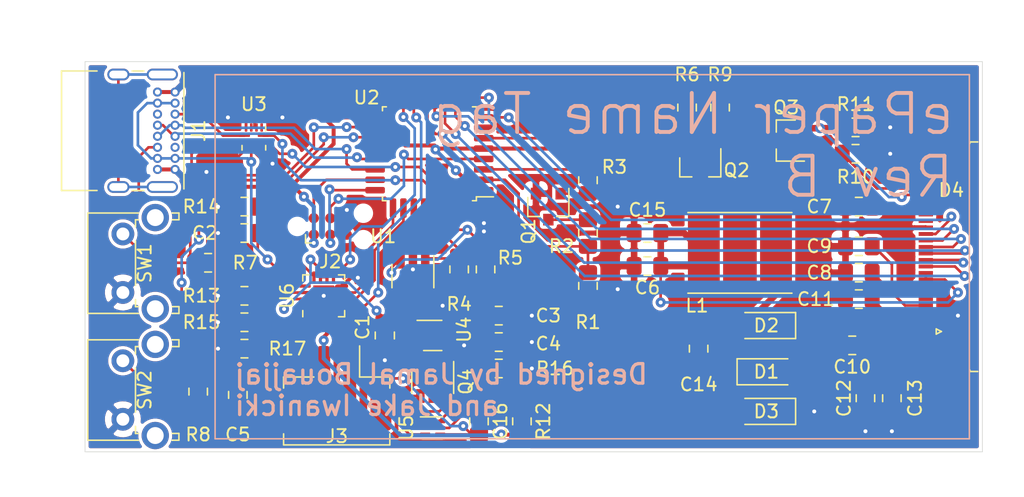
<source format=kicad_pcb>
(kicad_pcb (version 20210623) (generator pcbnew)
  (layers (0 "F.Cu" signal) (31 "B.Cu" signal) (34 "B.Paste" user) (35 "F.Paste" user) (36 "B.SilkS" user "B.Silkscreen") (37 "F.SilkS" user "F.Silkscreen") (38 "B.Mask" user) (39 "F.Mask" user) (44 "Edge.Cuts" user))
  (net 0 "")
  (net 1 "VCC")
  (net 2 "VSH2")
  (net 3 "VDD")
  (net 4 "VPP")
  (net 5 "VSH1")
  (net 6 "VGH")
  (net 7 "VSL")
  (net 8 "VGL")
  (net 9 "VCOM")
  (net 10 "MOSI")
  (net 11 "CLK")
  (net 12 "CS1")
  (net 13 "DC#")
  (net 14 "RES#")
  (net 15 "BUSY")
  (net 16 "RESE")
  (net 17 "GDR")
  (net 18 "MC_REST")
  (net 19 "SWCLK")
  (net 20 "SWDIO")
  (net 21 "Net-(Q2-Pad1)")
  (net 22 "+BATT")
  (net 23 "GND")
  (net 24 "VBUS")
  (net 25 "+3V3")
  (net 26 "~{LP}3.3V")
  (net 27 "Net-(D4-Pad7)")
  (net 28 "Net-(D4-Pad6)")
  (net 29 "Net-(D4-Pad4)")
  (net 30 "Net-(D4-Pad1)")
  (net 31 "Net-(J1-PadS1)")
  (net 32 "USB-D+")
  (net 33 "CC2")
  (net 34 "Net-(J1-PadB8)")
  (net 35 "USB-D-")
  (net 36 "Net-(J1-PadA8)")
  (net 37 "CC1")
  (net 38 "Net-(J2-Pad5)")
  (net 39 "Net-(Q4-Pad2)")
  (net 40 "Net-(Q4-Pad6)")
  (net 41 "Net-(Q4-Pad4)")
  (net 42 "SCL")
  (net 43 "SDA")
  (net 44 "~{LP}3.3V-CTRL")
  (net 45 "BT1")
  (net 46 "BT2")
  (net 47 "CHR_EN2")
  (net 48 "CHR_EN1")
  (net 49 "CHR_~{CHR}")
  (net 50 "CHR_~{PG}")
  (net 51 "USB-ID")
  (net 52 "USB-~{INT}")
  (net 53 "Net-(Q1-Pad3)")
  (net 54 "Net-(Q1-Pad1)")
  (net 55 "Net-(R1-Pad1)")
  (net 56 "Net-(R3-Pad1)")
  (net 57 "Net-(R13-Pad2)")
  (net 58 "Net-(R14-Pad1)")
  (net 59 "Net-(R15-Pad1)")
  (net 60 "Net-(R16-Pad2)")
  (net 61 "Net-(R17-Pad1)")
  (net 62 "Net-(U2-Pad20)")
  (net 63 "Net-(U4-Pad4)")
  (net 64 "Net-(U5-Pad1)")
  (net 65 "Net-(U2-Pad7)")
  (net 66 "Net-(U2-Pad28)")
  (net 67 "Net-(U2-Pad27)")
  (net 68 "Net-(C14-Pad2)")
  (net 69 "Net-(C14-Pad1)")
  (net 70 "Net-(C16-Pad2)")
  (net 71 "Net-(C16-Pad1)")
  (footprint "Resistor_SMD:R_0805_2012Metric_Pad1.15x1.40mm_HandSolder" (layer "F.Cu") (at 139.7 55.372 -90)
    (fp_text reference "R8")
    (fp_text value "10k")
  )
  (footprint "Resistor_SMD:R_0805_2012Metric_Pad1.15x1.40mm_HandSolder" (layer "F.Cu") (at 140.462 45.466 180)
    (fp_text reference "R7")
    (fp_text value "10k")
  )
  (footprint "Capacitor_SMD:C_0805_2012Metric_Pad1.15x1.40mm_HandSolder" (layer "F.Cu") (at 178.181 52.07 90)
    (fp_text reference "C14")
    (fp_text value "1uf/25v")
  )
  (footprint "Diode_SMD:D_SOD-123" (layer "F.Cu") (at 183.388 50.292 180)
    (fp_text reference "D2")
    (fp_text value "MBR0530")
  )
  (footprint "Resistor_SMD:R_0805_2012Metric_Pad1.15x1.40mm_HandSolder" (layer "F.Cu") (at 190.246 37.084 180)
    (fp_text reference "R10")
    (fp_text value "10k")
  )
  (footprint "Resistor_SMD:R_0805_2012Metric_Pad1.15x1.40mm_HandSolder" (layer "F.Cu") (at 179.832 33.528 90)
    (fp_text reference "R9")
    (fp_text value "10k")
  )
  (footprint "Diode_SMD:D_SOD-123" (layer "F.Cu") (at 183.388 56.896 180)
    (fp_text reference "D3")
    (fp_text value "MBR0530")
  )
  (footprint "Resistor_SMD:R_0805_2012Metric_Pad1.15x1.40mm_HandSolder" (layer "F.Cu") (at 177.292 33.528 -90)
    (fp_text reference "R6")
    (fp_text value "100")
  )
  (footprint "Diode_SMD:D_SOD-123" (layer "F.Cu") (at 183.388 53.848)
    (fp_text reference "D1")
    (fp_text value "MBR0530")
  )
  (footprint "Inductor_SMD:L_Taiyo-Yuden_NR-60xx_HandSoldering" (layer "F.Cu") (at 181.356 44.704 180)
    (fp_text reference "L1")
    (fp_text value "47 uH")
  )
  (footprint "Capacitor_SMD:C_0805_2012Metric_Pad1.15x1.40mm_HandSolder" (layer "F.Cu") (at 174.244 43.18)
    (fp_text reference "C15")
    (fp_text value "4.7uf/6.3v")
  )
  (footprint "Package_TO_SOT_SMD:SOT-23" (layer "F.Cu") (at 178.308 38.1 -90)
    (fp_text reference "Q2")
    (fp_text value "Si2329DS")
  )
  (footprint "Capacitor_SMD:C_0805_2012Metric_Pad1.15x1.40mm_HandSolder" (layer "F.Cu") (at 162.814 49.53)
    (fp_text reference "C3")
    (fp_text value "1uF/6.3v")
  )
  (footprint "Capacitor_SMD:C_0805_2012Metric_Pad1.15x1.40mm_HandSolder" (layer "F.Cu") (at 162.814 51.562)
    (fp_text reference "C4")
    (fp_text value "0.1uF/6.3v")
  )
  (footprint "Capacitor_SMD:C_0805_2012Metric_Pad1.15x1.40mm_HandSolder" (layer "F.Cu") (at 174.244 45.72 180)
    (fp_text reference "C6")
    (fp_text value "1uF/6.3v")
  )
  (footprint "Capacitor_SMD:C_0805_2012Metric_Pad1.15x1.40mm_HandSolder" (layer "F.Cu") (at 190.5 41.148 180)
    (fp_text reference "C7")
    (fp_text value "1uF/25v")
  )
  (footprint "Capacitor_SMD:C_0805_2012Metric_Pad1.15x1.40mm_HandSolder" (layer "F.Cu") (at 190.5 44.196 180)
    (fp_text reference "C9")
    (fp_text value "1uF/10v")
  )
  (footprint "Capacitor_SMD:C_0805_2012Metric_Pad1.15x1.40mm_HandSolder" (layer "F.Cu") (at 189.992 51.816 180)
    (fp_text reference "C10")
    (fp_text value "1uF/25v")
  )
  (footprint "Capacitor_SMD:C_0805_2012Metric_Pad1.15x1.40mm_HandSolder" (layer "F.Cu") (at 191.008 55.88 -90)
    (fp_text reference "C12")
    (fp_text value "1uF/25v")
  )
  (footprint "Capacitor_SMD:C_0805_2012Metric_Pad1.15x1.40mm_HandSolder" (layer "F.Cu") (at 193.04 55.88 -90)
    (fp_text reference "C13")
    (fp_text value "0.47uF/25v")
  )
  (footprint "Capacitor_SMD:C_0805_2012Metric_Pad1.15x1.40mm_HandSolder" (layer "F.Cu") (at 161.29 57.658 -90)
    (fp_text reference "C16")
    (fp_text value "0.1uF/6.3v")
  )
  (footprint "Custom:TE_2-1734839-4_1x24-1MP_P0.5mm_Horizontal-EINK" (layer "F.Cu") (at 197 45 90)
    (fp_text reference "D4")
    (fp_text value "ER-EPD0213-1R")
  )
  (footprint "Package_TO_SOT_SMD:SOT-23" (layer "F.Cu") (at 166.624 41.148 -90)
    (fp_text reference "Q1")
    (fp_text value "DMN2056U")
  )
  (footprint "Package_TO_SOT_SMD:SOT-23" (layer "F.Cu") (at 184.912 36.068 180)
    (fp_text reference "Q3")
    (fp_text value "DMN2056U")
  )
  (footprint "Package_TO_SOT_SMD:SOT-23-6" (layer "F.Cu") (at 157.734 54.61 -90)
    (fp_text reference "Q4")
    (fp_text value "DMG9926UDM")
  )
  (footprint "Resistor_SMD:R_0805_2012Metric_Pad1.15x1.40mm_HandSolder" (layer "F.Cu") (at 169.672 43.18 -90)
    (fp_text reference "R2")
    (fp_text value "10k")
  )
  (footprint "Resistor_SMD:R_0805_2012Metric_Pad1.15x1.40mm_HandSolder" (layer "F.Cu") (at 169.672 39.116 -90)
    (fp_text reference "R3")
    (fp_text value "1K")
  )
  (footprint "Resistor_SMD:R_0805_2012Metric_Pad1.15x1.40mm_HandSolder" (layer "F.Cu") (at 159.766 45.974 90)
    (fp_text reference "R4")
    (fp_text value "4.7K")
  )
  (footprint "Resistor_SMD:R_0805_2012Metric_Pad1.15x1.40mm_HandSolder" (layer "F.Cu") (at 164.592 57.658 -90)
    (fp_text reference "R12")
    (fp_text value "330")
  )
  (footprint "Resistor_SMD:R_0805_2012Metric_Pad1.15x1.40mm_HandSolder" (layer "F.Cu") (at 143.256 48.006)
    (fp_text reference "R13")
    (fp_text value "R")
  )
  (footprint "Resistor_SMD:R_0805_2012Metric_Pad1.15x1.40mm_HandSolder" (layer "F.Cu") (at 143.256 50.038 180)
    (fp_text reference "R15")
    (fp_text value "R")
  )
  (footprint "Resistor_SMD:R_0805_2012Metric_Pad1.15x1.40mm_HandSolder" (layer "F.Cu") (at 162.814 53.594 180)
    (fp_text reference "R16")
    (fp_text value "2.2K")
  )
  (footprint "Resistor_SMD:R_0805_2012Metric_Pad1.15x1.40mm_HandSolder" (layer "F.Cu") (at 143.256 52.07 180)
    (fp_text reference "R17")
    (fp_text value "10K")
  )
  (footprint "Package_TO_SOT_SMD:SOT-23-5_HandSoldering" (layer "F.Cu") (at 156.21 46.482 -90)
    (fp_text reference "U1")
    (fp_text value "24FC64F")
  )
  (footprint "Package_QFP:LQFP-32_7x7mm_P0.8mm" (layer "F.Cu") (at 157.48 37.084 180)
    (fp_text reference "U2")
    (fp_text value "STM32L052K6Tx")
  )
  (footprint "Package_DFN_QFN:Texas_X2QFN-12_1.6x1.6mm_P0.4mm" (layer "F.Cu") (at 143.981 35.887)
    (fp_text reference "U3")
    (fp_text value "TUSB320")
  )
  (footprint "Package_TO_SOT_SMD:SOT-353_SC-70-5" (layer "F.Cu") (at 157.734 51.054)
    (fp_text reference "U4")
    (fp_text value "MIC5366-3.3YC5")
  )
  (footprint "Package_SON:WSON-6_1.5x1.5mm_P0.5mm" (layer "F.Cu") (at 157.734 58.166)
    (fp_text reference "U5")
    (fp_text value "BQ297xy")
  )
  (footprint "Package_DFN_QFN:VQFN-16-1EP_3x3mm_P0.5mm_EP1.6x1.6mm" (layer "F.Cu") (at 149.352 48.006 90)
    (fp_text reference "U6")
    (fp_text value "BQ24072RGT")
  )
  (footprint "Capacitor_SMD:C_0805_2012Metric_Pad1.15x1.40mm_HandSolder" (layer "F.Cu") (at 190.5 48.26 180)
    (fp_text reference "C11")
    (fp_text value "1uF/25v")
  )
  (footprint "Capacitor_SMD:C_0805_2012Metric_Pad1.15x1.40mm_HandSolder" (layer "F.Cu") (at 190.5 46.228 180)
    (fp_text reference "C8")
    (fp_text value "1uF/25v")
  )
  (footprint "Resistor_SMD:R_0805_2012Metric_Pad1.15x1.40mm_HandSolder" (layer "F.Cu") (at 190.246 35.052 180)
    (fp_text reference "R11")
    (fp_text value "2.2")
  )
  (footprint "Connector_JST:JST_PH_B2B-PH-SM4-TB_1x02-1MP_P2.00mm_Vertical" (layer "F.Cu") (at 150.352 55.11 180)
    (fp_text reference "J3")
    (fp_text value "BATT")
  )
  (footprint "Resistor_SMD:R_0805_2012Metric_Pad1.15x1.40mm_HandSolder" (layer "F.Cu") (at 169.672 47.244 -90)
    (fp_text reference "R1")
    (fp_text value "10k")
  )
  (footprint "Resistor_SMD:R_0805_2012Metric_Pad1.15x1.40mm_HandSolder" (layer "F.Cu") (at 161.798 45.974 90)
    (fp_text reference "R5")
    (fp_text value "4.7K")
  )
  (footprint "Capacitor_SMD:C_0805_2012Metric_Pad1.15x1.40mm_HandSolder" (layer "F.Cu") (at 142.748 55.626 -90)
    (fp_text reference "C5")
    (fp_text value "1uF/6.3v")
  )
  (footprint "Resistor_SMD:R_0805_2012Metric_Pad1.15x1.40mm_HandSolder" (layer "F.Cu") (at 143.256 41.148 180)
    (fp_text reference "R14")
    (fp_text value "R")
  )
  (footprint "Capacitor_SMD:C_0805_2012Metric_Pad1.15x1.40mm_HandSolder" (layer "F.Cu") (at 143.256 43.18 180)
    (fp_text reference "C2")
    (fp_text value "1uF/10v")
  )
  (footprint "Connector:Tag-Connect_TC2030-IDC-NL_2x03_P1.27mm_Vertical" (layer "F.Cu") (at 149.86 42.672)
    (fp_text reference "J2")
    (fp_text value "Conn_01x06")
  )
  (footprint "Connector_USB:USB_C_Receptacle_GCT_USB4085" (layer "F.Cu") (at 137.922 32.338 -90)
    (fp_text reference "J1")
    (fp_text value "USB_C_Receptacle_USB2.0")
  )
  (footprint "Button_Switch_THT:SW_Tactile_SPST_Angled_PTS645Vx83-2LFS" (layer "F.Cu") (at 133.91 47.75 90)
    (fp_text reference "SW1")
    (fp_text value "SW_Push")
  )
  (footprint "Button_Switch_THT:SW_Tactile_SPST_Angled_PTS645Vx83-2LFS" (layer "F.Cu") (at 133.908 57.5 90)
    (fp_text reference "SW2")
    (fp_text value "SW_Push")
  )
  (footprint "Capacitor_SMD:C_0805_2012Metric_Pad1.18x1.45mm_HandSolder" (layer "F.Cu") (at 154.051 51.054 -90)
    (fp_text reference "C1")
    (fp_text value "1uF/10v")
  )
  (gr_line (start 199 31) (end 141 31) (layer "B.SilkS") (width 0.12))
  (gr_line (start 141 31) (end 141 59) (layer "B.SilkS") (width 0.12))
  (gr_line (start 141 59) (end 199 59) (layer "B.SilkS") (width 0.12))
  (gr_line (start 199 59) (end 199 31) (layer "B.SilkS") (width 0.12))
  (gr_line (start 131 60) (end 131 30) (layer "Edge.Cuts") (width 0.05))
  (gr_line (start 131 30) (end 200 30) (layer "Edge.Cuts") (width 0.05))
  (gr_line (start 200 30) (end 200 60) (layer "Edge.Cuts") (width 0.05))
  (gr_line (start 200 60) (end 131 60) (layer "Edge.Cuts") (width 0.05))
  (gr_text "Designed by Jamal Bouajjaj\nand Jake Iwanicki" (at 142.367 55.245) (layer "B.SilkS") (effects (font (size 1.5 1.5) (thickness 0.25)) (justify right mirror)))
  (gr_text "ePaper Name Tag\nRev B\n" (at 197.993 36.449) (layer "B.SilkS") (effects (font (size 3 3) (thickness 0.3)) (justify left mirror)))
  (segment (start 157.734 50.673) (end 157.734 51.435) (width 0.2032) (layer "F.Cu") (net 1))
  (segment (start 156.784 50.404) (end 154.4385 50.404) (width 0.2032) (layer "F.Cu") (net 1))
  (segment (start 147.07 48.256) (end 146.304 49.022) (width 0.2032) (layer "F.Cu") (net 1))
  (segment (start 154.051 50.0165) (end 154.051 49.784001) (width 0.2032) (layer "F.Cu") (net 1))
  (segment (start 154.051 49.784001) (end 153.416 49.149001) (width 0.2032) (layer "F.Cu") (net 1))
  (segment (start 154.4385 50.404) (end 154.051 50.0165) (width 0.2032) (layer "F.Cu") (net 1))
  (segment (start 149.102 46.5685) (end 149.102 45.978) (width 0.2032) (layer "F.Cu") (net 1))
  (segment (start 149.102 46.5685) (end 149.602 46.5685) (width 0.2032) (layer "F.Cu") (net 1))
  (segment (start 147.9145 48.256) (end 147.07 48.256) (width 0.2032) (layer "F.Cu") (net 1))
  (segment (start 157.465 51.704) (end 156.784 51.704) (width 0.2032) (layer "F.Cu") (net 1))
  (segment (start 157.734 51.435) (end 157.465 51.704) (width 0.2032) (layer "F.Cu") (net 1))
  (segment (start 157.465 50.404) (end 157.734 50.673) (width 0.2032) (layer "F.Cu") (net 1))
  (segment (start 149.102 45.978) (end 148.336 45.212) (width 0.2032) (layer "F.Cu") (net 1))
  (segment (start 156.784 50.404) (end 157.465 50.404) (width 0.2032) (layer "F.Cu") (net 1))
  (via (at 148.336 45.212) (size 0.762) (drill 0.3048) (layers "F.Cu" "B.Cu") (net 1))
  (via (at 153.416 49.149001) (size 0.762) (drill 0.3048) (layers "F.Cu" "B.Cu") (net 1))
  (via (at 146.304 49.022) (size 0.762) (drill 0.3048) (layers "F.Cu" "B.Cu") (net 1))
  (segment (start 148.336 46.99) (end 151.256999 46.99) (width 0.2032) (layer "B.Cu") (net 1))
  (segment (start 153.035001 48.768002) (end 153.416 49.149001) (width 0.2032) (layer "B.Cu") (net 1))
  (segment (start 148.336 46.99) (end 148.336 45.212) (width 0.2032) (layer "B.Cu") (net 1))
  (segment (start 146.304 49.022) (end 148.336 46.99) (width 0.2032) (layer "B.Cu") (net 1))
  (segment (start 151.256999 46.99) (end 153.035001 48.768002) (width 0.2032) (layer "B.Cu") (net 1))
  (segment (start 191.525 41.148) (end 191.627 41.25) (width 0.2032) (layer "F.Cu") (net 2))
  (segment (start 191.627 41.25) (end 195.65 41.25) (width 0.2032) (layer "F.Cu") (net 2))
  (segment (start 191.525 44.196) (end 191.643 44.196) (width 0.2032) (layer "F.Cu") (net 3))
  (segment (start 193.04 45.593) (end 193.04 46.99) (width 0.2032) (layer "F.Cu") (net 3))
  (segment (start 191.643 44.196) (end 193.04 45.593) (width 0.2032) (layer "F.Cu") (net 3))
  (segment (start 193.8 47.75) (end 195.65 47.75) (width 0.2032) (layer "F.Cu") (net 3))
  (segment (start 193.04 46.99) (end 193.8 47.75) (width 0.2032) (layer "F.Cu") (net 3))
  (segment (start 195.65 48.75) (end 194.047 48.75) (width 0.2032) (layer "F.Cu") (net 5))
  (segment (start 194.047 48.75) (end 191.525 46.228) (width 0.2032) (layer "F.Cu") (net 5))
  (segment (start 192.515 49.25) (end 191.525 48.26) (width 0.2032) (layer "F.Cu") (net 6))
  (segment (start 195.65 49.25) (end 192.515 49.25) (width 0.2032) (layer "F.Cu") (net 6))
  (segment (start 189.992 50.292) (end 191.525 48.759) (width 0.508) (layer "F.Cu") (net 6))
  (segment (start 185.038 50.292) (end 189.992 50.292) (width 0.508) (layer "F.Cu") (net 6))
  (segment (start 191.525 48.759) (end 191.525 48.26) (width 0.508) (layer "F.Cu") (net 6))
  (segment (start 195.65 49.75) (end 193.083 49.75) (width 0.2032) (layer "F.Cu") (net 7))
  (segment (start 193.083 49.75) (end 191.017 51.816) (width 0.2032) (layer "F.Cu") (net 7))
  (segment (start 191.008 53.8567) (end 191.008 54.855) (width 0.2032) (layer "F.Cu") (net 8))
  (segment (start 195.65 50.25) (end 194.6147 50.25) (width 0.2032) (layer "F.Cu") (net 8))
  (segment (start 187.452 53.848) (end 188.459 54.855) (width 0.508) (layer "F.Cu") (net 8))
  (segment (start 188.459 54.855) (end 191.008 54.855) (width 0.508) (layer "F.Cu") (net 8))
  (segment (start 194.6147 50.25) (end 191.008 53.8567) (width 0.2032) (layer "F.Cu") (net 8))
  (segment (start 185.038 53.848) (end 187.452 53.848) (width 0.508) (layer "F.Cu") (net 8))
  (segment (start 195.65 50.75) (end 195.376 50.75) (width 0.2032) (layer "F.Cu") (net 9))
  (segment (start 193.04 53.086) (end 193.04 54.855) (width 0.2032) (layer "F.Cu") (net 9))
  (segment (start 195.376 50.75) (end 193.04 53.086) (width 0.2032) (layer "F.Cu") (net 9))
  (segment (start 195.65 45.75) (end 197.896 45.75) (width 0.2032) (layer "F.Cu") (net 10))
  (segment (start 197.896 45.75) (end 198.628 46.482) (width 0.2032) (layer "F.Cu") (net 10))
  (segment (start 157.33 33.159) (end 157.33 34.932815) (width 0.2032) (layer "F.Cu") (net 10))
  (segment (start 157.957185 35.56) (end 158.496 35.56) (width 0.2032) (layer "F.Cu") (net 10))
  (segment (start 157.08 32.909) (end 157.33 33.159) (width 0.2032) (layer "F.Cu") (net 10))
  (segment (start 157.33 34.932815) (end 157.957185 35.56) (width 0.2032) (layer "F.Cu") (net 10))
  (via (at 158.496 35.56) (size 0.762) (drill 0.3048) (layers "F.Cu" "B.Cu") (net 10))
  (via (at 198.628 46.482) (size 0.762) (drill 0.3048) (layers "F.Cu" "B.Cu") (net 10))
  (segment (start 169.418 46.482) (end 158.496 35.56) (width 0.2032) (layer "B.Cu") (net 10))
  (segment (start 198.628 46.482) (end 169.418 46.482) (width 0.2032) (layer "B.Cu") (net 10))
  (segment (start 158.68 32.909) (end 158.68 34.754403) (width 0.2032) (layer "F.Cu") (net 11))
  (segment (start 195.65 45.25) (end 198.329961 45.25) (width 0.2032) (layer "F.Cu") (net 11))
  (segment (start 198.329961 45.25) (end 198.532333 45.452372) (width 0.2032) (layer "F.Cu") (net 11))
  (segment (start 158.68 34.754403) (end 159.497969 35.572372) (width 0.2032) (layer "F.Cu") (net 11))
  (via (at 198.532333 45.452372) (size 0.762) (drill 0.3048) (layers "F.Cu" "B.Cu") (net 11))
  (via (at 159.497969 35.572372) (size 0.762) (drill 0.3048) (layers "F.Cu" "B.Cu") (net 11))
  (segment (start 198.532333 45.452372) (end 169.377969 45.452372) (width 0.2032) (layer "B.Cu") (net 11))
  (segment (start 169.377969 45.452372) (end 159.497969 35.572372) (width 0.2032) (layer "B.Cu") (net 11))
  (segment (start 198.434776 44.75) (end 198.663077 44.521699) (width 0.2032) (layer "F.Cu") (net 12))
  (segment (start 159.48 34.227878) (end 160.202532 34.95041) (width 0.2032) (layer "F.Cu") (net 12))
  (segment (start 159.48 32.909) (end 159.48 34.227878) (width 0.2032) (layer "F.Cu") (net 12))
  (segment (start 195.65 44.75) (end 198.434776 44.75) (width 0.2032) (layer "F.Cu") (net 12))
  (via (at 160.202532 34.95041) (size 0.762) (drill 0.3048) (layers "F.Cu" "B.Cu") (net 12))
  (via (at 198.663077 44.521699) (size 0.762) (drill 0.3048) (layers "F.Cu" "B.Cu") (net 12))
  (segment (start 198.663077 44.521699) (end 169.773821 44.521699) (width 0.2032) (layer "B.Cu") (net 12))
  (segment (start 169.773821 44.521699) (end 160.202532 34.95041) (width 0.2032) (layer "B.Cu") (net 12))
  (segment (start 157.88 34.064426) (end 158.01959 34.204016) (width 0.2032) (layer "F.Cu") (net 13))
  (segment (start 157.88 32.909) (end 157.88 34.064426) (width 0.2032) (layer "F.Cu") (net 13))
  (segment (start 197.738941 44.25) (end 198.35519 43.633751) (width 0.2032) (layer "F.Cu") (net 13))
  (segment (start 195.65 44.25) (end 197.738941 44.25) (width 0.2032) (layer "F.Cu") (net 13))
  (via (at 198.35519 43.633751) (size 0.762) (drill 0.3048) (layers "F.Cu" "B.Cu") (net 13))
  (via (at 158.01959 34.204016) (size 0.762) (drill 0.3048) (layers "F.Cu" "B.Cu") (net 13))
  (segment (start 160.461449 34.204016) (end 158.01959 34.204016) (width 0.2032) (layer "B.Cu") (net 13))
  (segment (start 169.891184 43.633751) (end 160.461449 34.204016) (width 0.2032) (layer "B.Cu") (net 13))
  (segment (start 198.35519 43.633751) (end 169.891184 43.633751) (width 0.2032) (layer "B.Cu") (net 13))
  (segment (start 160.423 32.766) (end 160.28 32.909) (width 0.2032) (layer "F.Cu") (net 14))
  (segment (start 162.052 32.766) (end 160.423 32.766) (width 0.2032) (layer "F.Cu") (net 14))
  (segment (start 195.65 43.75) (end 196.931574 43.75) (width 0.2032) (layer "F.Cu") (net 14))
  (segment (start 196.931574 43.75) (end 197.821177 42.860397) (width 0.2032) (layer "F.Cu") (net 14))
  (via (at 197.821177 42.860397) (size 0.762) (drill 0.3048) (layers "F.Cu" "B.Cu") (net 14))
  (via (at 162.052 32.766) (size 0.762) (drill 0.3048) (layers "F.Cu" "B.Cu") (net 14))
  (segment (start 162.052 34.544) (end 170.368397 42.860397) (width 0.2032) (layer "B.Cu") (net 14))
  (segment (start 162.052 32.766) (end 162.052 34.544) (width 0.2032) (layer "B.Cu") (net 14))
  (segment (start 170.368397 42.860397) (end 197.821177 42.860397) (width 0.2032) (layer "B.Cu") (net 14))
  (segment (start 163.57 34.284) (end 163.576 34.29) (width 0.2032) (layer "F.Cu") (net 15))
  (segment (start 161.655 34.284) (end 163.57 34.284) (width 0.2032) (layer "F.Cu") (net 15))
  (segment (start 196.4032 43.25) (end 197.611988 42.041212) (width 0.2032) (layer "F.Cu") (net 15))
  (segment (start 197.611988 42.041212) (end 197.611988 41.91) (width 0.2032) (layer "F.Cu") (net 15))
  (segment (start 195.65 43.25) (end 196.4032 43.25) (width 0.2032) (layer "F.Cu") (net 15))
  (via (at 197.611988 41.91) (size 0.762) (drill 0.3048) (layers "F.Cu" "B.Cu") (net 15))
  (via (at 163.576 34.29) (size 0.762) (drill 0.3048) (layers "F.Cu" "B.Cu") (net 15))
  (segment (start 171.45 42.164) (end 197.357988 42.164) (width 0.2032) (layer "B.Cu") (net 15))
  (segment (start 197.357988 42.164) (end 197.611988 41.91) (width 0.2032) (layer "B.Cu") (net 15))
  (segment (start 163.576 34.29) (end 171.45 42.164) (width 0.2032) (layer "B.Cu") (net 15))
  (segment (start 195.65 40.25) (end 193.9624 40.25) (width 0.2032) (layer "F.Cu") (net 16))
  (segment (start 185.912 35.118) (end 187.518 35.118) (width 0.508) (layer "F.Cu") (net 16))
  (segment (start 187.518 35.118) (end 189.155 35.118) (width 0.508) (layer "F.Cu") (net 16))
  (segment (start 193.9624 40.25) (end 193.802 40.4104) (width 0.2032) (layer "F.Cu") (net 16))
  (segment (start 189.155 35.118) (end 189.221 35.052) (width 0.508) (layer "F.Cu") (net 16))
  (via (at 187.518 35.118) (size 0.762) (drill 0.3048) (layers "F.Cu" "B.Cu") (net 16))
  (via (at 193.802 40.4104) (size 0.762) (drill 0.3048) (layers "F.Cu" "B.Cu") (net 16))
  (segment (start 192.8104 40.4104) (end 187.518 35.118) (width 0.2032) (layer "B.Cu") (net 16))
  (segment (start 193.802 40.4104) (end 192.8104 40.4104) (width 0.2032) (layer "B.Cu") (net 16))
  (segment (start 185.912 37.018) (end 189.155 37.018) (width 0.508) (layer "F.Cu") (net 17))
  (segment (start 189.221 37.084) (end 191.887 39.75) (width 0.2032) (layer "F.Cu") (net 17))
  (segment (start 189.155 37.018) (end 189.221 37.084) (width 0.508) (layer "F.Cu") (net 17))
  (segment (start 191.887 39.75) (end 195.65 39.75) (width 0.2032) (layer "F.Cu") (net 17))
  (segment (start 161.655 37.484) (end 155.853728 37.484) (width 0.2032) (layer "F.Cu") (net 18))
  (segment (start 155.853728 37.484) (end 155.519032 37.149304) (width 0.2032) (layer "F.Cu") (net 18))
  (segment (start 149.86 41.174656) (end 150.490246 40.54441) (width 0.2032) (layer "F.Cu") (net 18))
  (segment (start 149.86 42.037) (end 149.86 41.174656) (width 0.2032) (layer "F.Cu") (net 18))
  (via (at 155.519032 37.149304) (size 0.762) (drill 0.3048) (layers "F.Cu" "B.Cu") (net 18))
  (via (at 150.490246 40.54441) (size 0.762) (drill 0.3048) (layers "F.Cu" "B.Cu") (net 18))
  (segment (start 154.52759 40.54441) (end 155.519032 39.552968) (width 0.2032) (layer "B.Cu") (net 18))
  (segment (start 150.490246 40.54441) (end 154.52759 40.54441) (width 0.2032) (layer "B.Cu") (net 18))
  (segment (start 155.519032 39.552968) (end 155.519032 37.149304) (width 0.2032) (layer "B.Cu") (net 18))
  (segment (start 149.861507 39.884) (end 149.799636 39.822129) (width 0.2032) (layer "F.Cu") (net 19))
  (segment (start 149.86 43.307) (end 149.86 43.942) (width 0.2032) (layer "F.Cu") (net 19))
  (segment (start 153.305 39.884) (end 149.861507 39.884) (width 0.2032) (layer "F.Cu") (net 19))
  (via (at 149.799636 39.822129) (size 0.762) (drill 0.3048) (layers "F.Cu" "B.Cu") (net 19))
  (via (at 149.86 43.942) (size 0.762) (drill 0.3048) (layers "F.Cu" "B.Cu") (net 19))
  (segment (start 149.86 43.942) (end 149.799636 43.881636) (width 0.2032) (layer "B.Cu") (net 19))
  (segment (start 149.799636 43.881636) (end 149.799636 39.822129) (width 0.2032) (layer "B.Cu") (net 19))
  (segment (start 148.59 40.054369) (end 148.59 42.037) (width 0.2032) (layer "F.Cu") (net 20))
  (segment (start 149.560369 39.084) (end 148.59 40.054369) (width 0.2032) (layer "F.Cu") (net 20))
  (segment (start 153.305 39.084) (end 149.560369 39.084) (width 0.2032) (layer "F.Cu") (net 20))
  (segment (start 179.832 35.56) (end 179.258 36.134) (width 0.2032) (layer "F.Cu") (net 21))
  (segment (start 179.832 34.553) (end 179.832 35.56) (width 0.2032) (layer "F.Cu") (net 21))
  (segment (start 179.258 36.134) (end 179.258 37.1) (width 0.2032) (layer "F.Cu") (net 21))
  (segment (start 179.832 34.553) (end 177.292 34.553) (width 0.2032) (layer "F.Cu") (net 21))
  (segment (start 164.592 58.683) (end 163.0135 58.683) (width 0.3048) (layer "F.Cu") (net 22))
  (segment (start 169.672 48.269) (end 169.672 54.102) (width 0.3048) (layer "F.Cu") (net 22))
  (segment (start 142.748 54.601) (end 149.343 54.601) (width 0.2032) (layer "F.Cu") (net 22))
  (segment (start 149.352 54.61) (end 149.352 51.435006) (width 0.3048) (layer "F.Cu") (net 22))
  (segment (start 149.343 54.601) (end 149.352 54.61) (width 0.2032) (layer "F.Cu") (net 22))
  (segment (start 149.602 50.931) (end 149.352 51.181) (width 0.3048) (layer "F.Cu") (net 22))
  (segment (start 165.091 58.683) (end 164.592 58.683) (width 0.3048) (layer "F.Cu") (net 22))
  (segment (start 149.352 51.181) (end 149.352 51.435006) (width 0.3048) (layer "F.Cu") (net 22))
  (segment (start 163.0135 58.683) (end 163.0045 58.674) (width 0.3048) (layer "F.Cu") (net 22))
  (segment (start 149.602 49.4435) (end 149.102 49.4435) (width 0.3048) (layer "F.Cu") (net 22))
  (segment (start 149.602 49.4435) (end 149.602 50.931) (width 0.3048) (layer "F.Cu") (net 22))
  (segment (start 169.672 54.102) (end 165.091 58.683) (width 0.3048) (layer "F.Cu") (net 22))
  (via (at 149.352 51.435006) (size 0.762) (drill 0.3048) (layers "F.Cu" "B.Cu") (net 22))
  (via (at 163.0045 58.674) (size 0.762) (drill 0.3048) (layers "F.Cu" "B.Cu") (net 22))
  (segment (start 149.352 52.832) (end 155.254577 58.734577) (width 0.3048) (layer "B.Cu") (net 22))
  (segment (start 149.352 51.435006) (end 149.352 52.832) (width 0.3048) (layer "B.Cu") (net 22))
  (segment (start 155.254577 58.734577) (end 162.943923 58.734577) (width 0.3048) (layer "B.Cu") (net 22))
  (segment (start 162.943923 58.734577) (end 163.0045 58.674) (width 0.3048) (layer "B.Cu") (net 22))
  (segment (start 144.526 34.163) (end 145.161 34.163) (width 0.2032) (layer "F.Cu") (net 23))
  (segment (start 196.5048 47.25) (end 198.12 48.8652) (width 0.3048) (layer "F.Cu") (net 23))
  (segment (start 142.494 37.599) (end 142.494 37.846) (width 0.2032) (layer "F.Cu") (net 23))
  (segment (start 149.602 48.006) (end 149.352 48.006) (width 0.2032) (layer "F.Cu") (net 23))
  (segment (start 159.48 41.259) (end 160.28 41.259) (width 0.3048) (layer "F.Cu") (net 23))
  (segment (start 160.512 41.259) (end 161.671 42.418) (width 0.3048) (layer "F.Cu") (net 23))
  (segment (start 150.7895 47.256) (end 150.352 47.256) (width 0.2032) (layer "F.Cu") (net 23))
  (segment (start 193.802 43.688) (end 193.802 46.482) (width 0.3048) (layer "F.Cu") (net 23))
  (segment (start 136.572 32.338) (end 137.922 32.338) (width 0.3048) (layer "F.Cu") (net 23))
  (segment (start 150.7895 47.256) (end 151.429998 46.615502) (width 0.3048) (layer "F.Cu") (net 23))
  (segment (start 136.572 38.288) (end 137.922 38.288) (width 0.3048) (layer "F.Cu") (net 23))
  (segment (start 144.028 35.062) (end 144.181 35.062) (width 0.2032) (layer "F.Cu") (net 23))
  (segment (start 151.13 42.037) (end 151.13 41.40205) (width 0.3048) (layer "F.Cu") (net 23))
  (segment (start 150.352 47.256) (end 149.602 48.006) (width 0.2032) (layer "F.Cu") (net 23))
  (segment (start 193.802 46.482) (end 194.57 47.25) (width 0.3048) (layer "F.Cu") (net 23))
  (segment (start 149.352 48.256) (end 149.352 48.006) (width 0.2032) (layer "F.Cu") (net 23))
  (segment (start 160.28 41.259) (end 160.512 41.259) (width 0.3048) (layer "F.Cu") (net 23))
  (segment (start 143.381 36.712) (end 142.494 37.599) (width 0.2032) (layer "F.Cu") (net 23))
  (segment (start 195.638201 42.730201) (end 194.759799 42.730201) (width 0.3048) (layer "F.Cu") (net 23))
  (segment (start 198.12 48.8652) (end 198.12 49.53) (width 0.3048) (layer "F.Cu") (net 23))
  (segment (start 195.65 47.25) (end 196.5048 47.25) (width 0.3048) (layer "F.Cu") (net 23))
  (segment (start 151.429998 46.615502) (end 151.97531 46.615502) (width 0.3048) (layer "F.Cu") (net 23))
  (segment (start 195.65 42.742) (end 195.638201 42.730201) (width 0.3048) (layer "F.Cu") (net 23))
  (segment (start 195.65 42.75) (end 195.65 42.742) (width 0.3048) (layer "F.Cu") (net 23))
  (segment (start 194.57 47.25) (end 195.65 47.25) (width 0.3048) (layer "F.Cu") (net 23))
  (segment (start 144.181 36.712) (end 144.181 37.12461) (width 0.2032) (layer "F.Cu") (net 23))
  (segment (start 194.759799 42.730201) (end 193.802 43.688) (width 0.3048) (layer "F.Cu") (net 23))
  (segment (start 150.102 49.006) (end 149.352 48.256) (width 0.2032) (layer "F.Cu") (net 23))
  (segment (start 143.781 35.062) (end 144.028 35.062) (width 0.2032) (layer "F.Cu") (net 23))
  (segment (start 144.028 34.661) (end 144.526 34.163) (width 0.2032) (layer "F.Cu") (net 23))
  (segment (start 144.028 35.062) (end 144.028 34.661) (width 0.2032) (layer "F.Cu") (net 23))
  (segment (start 144.181 37.12461) (end 144.90239 37.846) (width 0.2032) (layer "F.Cu") (net 23))
  (segment (start 150.102 49.4435) (end 150.102 49.006) (width 0.2032) (layer "F.Cu") (net 23))
  (via (at 141.224 48.006) (size 0.762) (drill 0.3048) (layers "F.Cu" "B.Cu") (net 23))
  (via (at 165.354 49.53) (size 0.762) (drill 0.3048) (layers "F.Cu" "B.Cu") (net 23))
  (via (at 140.335 38.481) (size 0.762) (drill 0.3048) (layers "F.Cu" "B.Cu") (net 23))
  (via (at 192.913 37.084) (size 0.762) (drill 0.3048) (layers "F.Cu" "B.Cu") (net 23))
  (via (at 161.671 42.418) (size 0.762) (drill 0.3048) (layers "F.Cu" "B.Cu") (net 23))
  (via (at 141.224 50.038) (size 0.762) (drill 0.3048) (layers "F.Cu" "B.Cu") (net 23))
  (via (at 160.147 51.816) (size 0.762) (drill 0.3048) (layers "F.Cu" "B.Cu") (net 23))
  (via (at 171.958 41.148) (size 0.762) (drill 0.3048) (layers "F.Cu" "B.Cu") (net 23))
  (via (at 156.21 45.974) (size 0.762) (drill 0.3048) (layers "F.Cu" "B.Cu") (net 23))
  (via (at 151.97531 46.615502) (size 0.762) (drill 0.3048) (layers "F.Cu" "B.Cu") (net 23))
  (via (at 141.224 52.07) (size 0.762) (drill 0.3048) (layers "F.Cu" "B.Cu") (net 23))
  (via (at 165.354 51.562) (size 0.762) (drill 0.3048) (layers "F.Cu" "B.Cu") (net 23))
  (via (at 165.354 53.594) (size 0.762) (drill 0.3048) (layers "F.Cu" "B.Cu") (net 23))
  (via (at 198.12 49.53) (size 0.762) (drill 0.3048) (layers "F.Cu" "B.Cu") (net 23))
  (via (at 146.177 34.29) (size 0.762) (drill 0.3048) (layers "F.Cu" "B.Cu") (net 23))
  (via (at 141.224 41.148) (size 0.762) (drill 0.3048) (layers "F.Cu" "B.Cu") (net 23))
  (via (at 191.008 58.42) (size 0.762) (drill 0.3048) (layers "F.Cu" "B.Cu") (net 23))
  (via (at 192.913 35.052) (size 0.762) (drill 0.3048) (layers "F.Cu" "B.Cu") (net 23))
  (via (at 149.352 48.006) (size 0.762) (drill 0.3048) (layers "F.Cu" "B.Cu") (net 23))
  (via (at 187.071 56.896) (size 0.762) (drill 0.3048) (layers "F.Cu" "B.Cu") (net 23))
  (via (at 154.051 52.959) (size 0.762) (drill 0.3048) (layers "F.Cu" "B.Cu") (net 23))
  (via (at 145.415 37.846) (size 0.762) (drill 0.3048) (layers "F.Cu" "B.Cu") (net 23))
  (via (at 161.671 43.053) (size 0.762) (drill 0.3048) (layers "F.Cu" "B.Cu") (net 23))
  (via (at 141.224 43.18) (size 0.762) (drill 0.3048) (layers "F.Cu" "B.Cu") (net 23))
  (via (at 158.496 48.768) (size 0.762) (drill 0.3048) (layers "F.Cu" "B.Cu") (net 23))
  (via (at 151.13 41.40205) (size 0.762) (drill 0.3048) (layers "F.Cu" "B.Cu") (net 23))
  (via (at 171.958 47.498) (size 0.762) (drill 0.3048) (layers "F.Cu" "B.Cu") (net 23))
  (via (at 193.04 58.42) (size 0.762) (drill 0.3048) (layers "F.Cu" "B.Cu") (net 23))
  (via (at 141.986 34.29) (size 0.762) (drill 0.3048) (layers "F.Cu" "B.Cu") (net 23))
  (segment (start 144.281 44.459) (end 144.281 43.18) (width 0.2032) (layer "F.Cu") (net 24))
  (segment (start 147.078 47.256) (end 144.281 44.459) (width 0.2032) (layer "F.Cu") (net 24))
  (segment (start 147.9145 47.256) (end 147.078 47.256) (width 0.2032) (layer "F.Cu") (net 24))
  (segment (start 143.781 36.712) (end 143.781 37.702004) (width 0.2032) (layer "F.Cu") (net 24))
  (via (at 143.781 37.702004) (size 0.762) (drill 0.3048) (layers "F.Cu" "B.Cu") (net 24))
  (via (at 145.034 45.212) (size 0.762) (drill 0.3048) (layers "F.Cu" "B.Cu") (net 24))
  (segment (start 143.516996 37.438) (end 143.781 37.702004) (width 0.2032) (layer "B.Cu") (net 24))
  (segment (start 136.572 33.188) (end 137.922 33.188) (width 0.2032) (layer "B.Cu") (net 24))
  (segment (start 136.572 37.438) (end 136.077026 37.438) (width 0.2032) (layer "B.Cu") (net 24))
  (segment (start 145.034 45.212) (end 143.781 43.959) (width 0.2032) (layer "B.Cu") (net 24))
  (segment (start 135.0645 36.425474) (end 135.0645 33.909) (width 0.2032) (layer "B.Cu") (net 24))
  (segment (start 136.077026 37.438) (end 135.0645 36.425474) (width 0.2032) (layer "B.Cu") (net 24))
  (segment (start 135.0645 33.909) (end 135.7855 33.188) (width 0.2032) (layer "B.Cu") (net 24))
  (segment (start 137.922 37.438) (end 143.516996 37.438) (width 0.2032) (layer "B.Cu") (net 24))
  (segment (start 143.781 43.959) (end 143.781 37.702004) (width 0.2032) (layer "B.Cu") (net 24))
  (segment (start 137.922 37.438) (end 136.572 37.438) (width 0.2032) (layer "B.Cu") (net 24))
  (segment (start 135.7855 33.188) (end 136.572 33.188) (width 0.2032) (layer "B.Cu") (net 24))
  (segment (start 155.26 47.832) (end 156.958 49.53) (width 0.3048) (layer "F.Cu") (net 25))
  (segment (start 153.305 34.284) (end 154.146578 34.284) (width 0.3048) (layer "F.Cu") (net 25))
  (segment (start 140.462 44.441) (end 140.462 40.894) (width 0.3048) (layer "F.Cu") (net 25))
  (segment (start 163.703 45.094) (end 161.798 46.999) (width 0.3048) (layer "F.Cu") (net 25))
  (segment (start 161.655 39.884) (end 161.042 39.884) (width 0.3048) (layer "F.Cu") (net 25))
  (segment (start 150.114 36.322) (end 150.114 35.052) (width 0.3048) (layer "F.Cu") (net 25))
  (segment (start 143.594552 34.45759) (end 143.59641 34.45759) (width 0.2032) (layer "F.Cu") (net 25))
  (segment (start 154.146578 34.284) (end 154.768796 34.906218) (width 0.3048) (layer "F.Cu") (net 25))
  (segment (start 158.096 36.684) (end 161.655 36.684) (width 0.3048) (layer "F.Cu") (net 25))
  (segment (start 153.305 34.284) (end 149.346 34.284) (width 0.3048) (layer "F.Cu") (net 25))
  (segment (start 141.732 39.624) (end 146.558 39.624) (width 0.3048) (layer "F.Cu") (net 25))
  (segment (start 143.381 35.062) (end 143.381 34.673) (width 0.2032) (layer "F.Cu") (net 25))
  (segment (start 161.042 39.884) (end 159.512 38.354) (width 0.3048) (layer "F.Cu") (net 25))
  (segment (start 148.59 43.307) (end 148.59 43.942) (width 0.3048) (layer "F.Cu") (net 25))
  (segment (start 161.655 39.884) (end 161.655 41.132) (width 0.3048) (layer "F.Cu") (net 25))
  (segment (start 177.358 37.1) (end 172.266 37.1) (width 0.3048) (layer "F.Cu") (net 25))
  (segment (start 161.798 46.999) (end 161.798 49.521) (width 0.3048) (layer "F.Cu") (net 25))
  (segment (start 161.655 36.684) (end 171.85 36.684) (width 0.3048) (layer "F.Cu") (net 25))
  (segment (start 175.006 33.528) (end 178.807 33.528) (width 0.3048) (layer "F.Cu") (net 25))
  (segment (start 172.266 37.1) (end 171.85 36.684) (width 0.3048) (layer "F.Cu") (net 25))
  (segment (start 146.558 39.624) (end 147.066012 39.624) (width 0.3048) (layer "F.Cu") (net 25))
  (segment (start 156.958 49.53) (end 159.558 49.53) (width 0.3048) (layer "F.Cu") (net 25))
  (segment (start 159.558 49.53) (end 158.684 50.404) (width 0.3048) (layer "F.Cu") (net 25))
  (segment (start 158.018798 36.684) (end 157.949764 36.753034) (width 0.3048) (layer "F.Cu") (net 25))
  (segment (start 178.807 33.528) (end 179.832 32.503) (width 0.3048) (layer "F.Cu") (net 25))
  (segment (start 163.703 43.18) (end 163.703 45.094) (width 0.3048) (layer "F.Cu") (net 25))
  (segment (start 143.40159 34.65241) (end 143.40159 34.650552) (width 0.2032) (layer "F.Cu") (net 25))
  (segment (start 141.487 45.466) (end 139.7 47.253) (width 0.3048) (layer "F.Cu") (net 25))
  (segment (start 150.114 35.052) (end 148.59 33.528) (width 0.3048) (layer "F.Cu") (net 25))
  (segment (start 171.85 36.684) (end 175.006 33.528) (width 0.3048) (layer "F.Cu") (net 25))
  (segment (start 154.768796 34.906218) (end 154.768796 35.588972) (width 0.3048) (layer "F.Cu") (net 25))
  (segment (start 157.858185 36.446185) (end 158.096 36.684) (width 0.3048) (layer "F.Cu") (net 25))
  (segment (start 143.40159 34.650552) (end 143.594552 34.45759) (width 0.2032) (layer "F.Cu") (net 25))
  (segment (start 159.766 46.999) (end 161.798 46.999) (width 0.3048) (layer "F.Cu") (net 25))
  (segment (start 161.789 49.53) (end 161.789 51.562) (width 0.3048) (layer "F.Cu") (net 25))
  (segment (start 148.59 33.528) (end 144.526 33.528) (width 0.3048) (layer "F.Cu") (net 25))
  (segment (start 158.096 36.684) (end 158.018798 36.684) (width 0.3048) (layer "F.Cu") (net 25))
  (segment (start 146.558 39.624) (end 146.812 39.624) (width 0.3048) (layer "F.Cu") (net 25))
  (segment (start 161.655 41.132) (end 163.703 43.18) (width 0.3048) (layer "F.Cu") (net 25))
  (segment (start 144.526 33.528) (end 143.77 34.284) (width 0.3048) (layer "F.Cu") (net 25))
  (segment (start 147.066012 39.624) (end 147.828 40.385988) (width 0.3048) (layer "F.Cu") (net 25))
  (segment (start 161.798 49.521) (end 161.789 49.53) (width 0.3048) (layer "F.Cu") (net 25))
  (segment (start 146.812 39.624) (end 150.114 36.322) (width 0.3048) (layer "F.Cu") (net 25))
  (segment (start 154.768796 35.588972) (end 155.626007 36.446185) (width 0.3048) (layer "F.Cu") (net 25))
  (segment (start 155.626007 36.446185) (end 157.858185 36.446185) (width 0.3048) (layer "F.Cu") (net 25))
  (segment (start 139.7 47.253) (end 139.7 54.347) (width 0.3048) (layer "F.Cu") (net 25))
  (segment (start 141.487 45.466) (end 140.462 44.441) (width 0.3048) (layer "F.Cu") (net 25))
  (segment (start 149.346 34.284) (end 148.59 33.528) (width 0.3048) (layer "F.Cu") (net 25))
  (segment (start 140.462 40.894) (end 141.732 39.624) (width 0.3048) (layer "F.Cu") (net 25))
  (segment (start 143.381 34.673) (end 143.40159 34.65241) (width 0.2032) (layer "F.Cu") (net 25))
  (segment (start 161.789 49.53) (end 159.558 49.53) (width 0.3048) (layer "F.Cu") (net 25))
  (segment (start 143.59641 34.45759) (end 143.77 34.284) (width 0.2032) (layer "F.Cu") (net 25))
  (via (at 157.949764 36.753034) (size 0.762) (drill 0.3048) (layers "F.Cu" "B.Cu") (net 25))
  (via (at 148.59 43.942) (size 0.762) (drill 0.3048) (layers "F.Cu" "B.Cu") (net 25))
  (via (at 147.828 40.385988) (size 0.762) (drill 0.3048) (layers "F.Cu" "B.Cu") (net 25))
  (via (at 159.512 38.354) (size 0.762) (drill 0.3048) (layers "F.Cu" "B.Cu") (net 25))
  (segment (start 148.59 41.147988) (end 147.828 40.385988) (width 0.3048) (layer "B.Cu") (net 25))
  (segment (start 148.59 43.942) (end 148.59 41.147988) (width 0.3048) (layer "B.Cu") (net 25))
  (segment (start 159.512 38.354) (end 157.949764 36.791764) (width 0.3048) (layer "B.Cu") (net 25))
  (segment (start 157.949764 36.791764) (end 157.949764 36.753034) (width 0.3048) (layer "B.Cu") (net 25))
  (segment (start 175.26 48.514) (end 175.26 45.729) (width 0.2032) (layer "F.Cu") (net 26))
  (segment (start 177.057 43.18) (end 178.581 44.704) (width 0.508) (layer "F.Cu") (net 26))
  (segment (start 175.269 45.72) (end 177.565 45.72) (width 0.508) (layer "F.Cu") (net 26))
  (segment (start 195.65 46.75) (end 195.65 46.25) (width 0.2032) (layer "F.Cu") (net 26))
  (segment (start 175.269 43.18) (end 175.269 45.72) (width 0.508) (layer "F.Cu") (net 26))
  (segment (start 177.565 45.72) (end 178.581 44.704) (width 0.508) (layer "F.Cu") (net 26))
  (segment (start 197.118 46.75) (end 198.12 47.752) (width 0.2032) (layer "F.Cu") (net 26))
  (segment (start 179.258 44.027) (end 178.581 44.704) (width 0.508) (layer "F.Cu") (net 26))
  (segment (start 175.269 43.18) (end 177.057 43.18) (width 0.508) (layer "F.Cu") (net 26))
  (segment (start 195.65 46.75) (end 197.118 46.75) (width 0.2032) (layer "F.Cu") (net 26))
  (segment (start 178.308 44.431) (end 178.581 44.704) (width 0.508) (layer "F.Cu") (net 26))
  (segment (start 178.308 39.1) (end 178.308 44.431) (width 0.508) (layer "F.Cu") (net 26))
  (segment (start 175.26 45.729) (end 175.269 45.72) (width 0.2032) (layer "F.Cu") (net 26))
  (via (at 198.12 47.752) (size 0.762) (drill 0.3048) (layers "F.Cu" "B.Cu") (net 26))
  (via (at 175.26 48.514) (size 0.762) (drill 0.3048) (layers "F.Cu" "B.Cu") (net 26))
  (segment (start 198.12 47.752) (end 197.358 48.514) (width 0.2032) (layer "B.Cu") (net 26))
  (segment (start 197.358 48.514) (end 175.26 48.514) (width 0.2032) (layer "B.Cu") (net 26))
  (segment (start 133.562 39.638) (end 133.562 30.988) (width 0.2032) (layer "F.Cu") (net 31))
  (segment (start 136.942 30.988) (end 133.562 30.988) (width 0.2032) (layer "B.Cu") (net 31))
  (segment (start 133.562 39.638) (end 136.942 39.638) (width 0.2032) (layer "B.Cu") (net 31))
  (segment (start 151.110438 37.847074) (end 151.110438 36.721343) (width 0.2032) (layer "F.Cu") (net 32))
  (segment (start 153.305 38.284) (end 151.547364 38.284) (width 0.2032) (layer "F.Cu") (net 32))
  (segment (start 151.547364 38.284) (end 151.110438 37.847074) (width 0.2032) (layer "F.Cu") (net 32))
  (via (at 151.110438 36.721343) (size 0.762) (drill 0.3048) (layers "F.Cu" "B.Cu") (net 32))
  (segment (start 138.675 35.088) (end 147.066 35.088) (width 0.2) (layer "B.Cu") (net 32))
  (segment (start 137.922 34.888) (end 138.475 34.888) (width 0.2) (layer "B.Cu") (net 32))
  (segment (start 136.653514 35.738) (end 136.572 35.738) (width 0.2032) (layer "B.Cu") (net 32))
  (segment (start 137.503514 34.888) (end 136.653514 35.738) (width 0.2032) (layer "B.Cu") (net 32))
  (segment (start 147.066 35.088) (end 148.699343 36.721343) (width 0.2032) (layer "B.Cu") (net 32))
  (segment (start 148.699343 36.721343) (end 151.110438 36.721343) (width 0.2032) (layer "B.Cu") (net 32))
  (segment (start 138.475 34.888) (end 138.675 35.088) (width 0.2) (layer "B.Cu") (net 32))
  (segment (start 137.922 34.888) (end 137.503514 34.888) (width 0.2032) (layer "B.Cu") (net 32))
  (segment (start 135.128 37.338) (end 135.128 39.878) (width 0.2032) (layer "F.Cu") (net 33))
  (segment (start 135.878 36.588) (end 135.128 37.338) (width 0.2032) (layer "F.Cu") (net 33))
  (segment (start 140.189 36.087) (end 143.256 36.087) (width 0.2032) (layer "F.Cu") (net 33))
  (segment (start 139.192 39.751) (end 139.192 37.084) (width 0.2032) (layer "F.Cu") (net 33))
  (segment (start 135.128 39.878) (end 135.763 40.513) (width 0.2032) (layer "F.Cu") (net 33))
  (segment (start 138.43 40.513) (end 139.192 39.751) (width 0.2032) (layer "F.Cu") (net 33))
  (segment (start 136.572 36.588) (end 135.878 36.588) (width 0.2032) (layer "F.Cu") (net 33))
  (segment (start 139.192 37.084) (end 140.189 36.087) (width 0.2032) (layer "F.Cu") (net 33))
  (segment (start 135.763 40.513) (end 138.43 40.513) (width 0.2032) (layer "F.Cu") (net 33))
  (segment (start 137.840486 35.738) (end 137.922 35.738) (width 0.2032) (layer "F.Cu") (net 35))
  (segment (start 152.044657 37.484) (end 151.91197 37.351313) (width 0.2032) (layer "F.Cu") (net 35))
  (segment (start 136.572 34.888) (end 136.990486 34.888) (width 0.2032) (layer "F.Cu") (net 35))
  (segment (start 136.990486 34.888) (end 137.840486 35.738) (width 0.2032) (layer "F.Cu") (net 35))
  (segment (start 153.305 37.484) (end 152.044657 37.484) (width 0.2032) (layer "F.Cu") (net 35))
  (via (at 151.91197 37.351313) (size 0.762) (drill 0.3048) (layers "F.Cu" "B.Cu") (net 35))
  (segment (start 138.122 35.538) (end 146.79 35.538) (width 0.2) (layer "B.Cu") (net 35))
  (segment (start 146.79 35.538) (end 148.632145 37.380145) (width 0.2) (layer "B.Cu") (net 35))
  (segment (start 148.632145 37.380145) (end 151.883138 37.380145) (width 0.2) (layer "B.Cu") (net 35))
  (segment (start 137.922 35.738) (end 138.122 35.538) (width 0.2) (layer "B.Cu") (net 35))
  (segment (start 151.883138 37.380145) (end 151.91197 37.351313) (width 0.2) (layer "B.Cu") (net 35))
  (segment (start 139.956 34.038) (end 137.922 34.038) (width 0.2032) (layer "F.Cu") (net 37))
  (segment (start 141.605 35.687) (end 139.956 34.038) (width 0.2032) (layer "F.Cu") (net 37))
  (segment (start 143.256 35.687) (end 141.605 35.687) (width 0.2032) (layer "F.Cu") (net 37))
  (segment (start 157.734 55.71) (end 157.734 53.51) (width 0.2032) (layer "F.Cu") (net 39))
  (segment (start 158.684 56.454) (end 158.242 56.896) (width 0.2032) (layer "F.Cu") (net 40))
  (segment (start 155.956 57.912) (end 156.21 58.166) (width 0.2032) (layer "F.Cu") (net 40))
  (segment (start 155.956 57.15) (end 155.956 57.912) (width 0.2032) (layer "F.Cu") (net 40))
  (segment (start 156.21 56.896) (end 155.956 57.15) (width 0.2032) (layer "F.Cu") (net 40))
  (segment (start 158.242 56.896) (end 156.21 56.896) (width 0.2032) (layer "F.Cu") (net 40))
  (segment (start 156.21 58.166) (end 157.159 58.166) (width 0.2032) (layer "F.Cu") (net 40))
  (segment (start 158.684 55.71) (end 158.684 56.454) (width 0.2032) (layer "F.Cu") (net 40))
  (segment (start 156.126 55.71) (end 155.448 56.388) (width 0.2032) (layer "F.Cu") (net 41))
  (segment (start 156.784 55.71) (end 156.126 55.71) (width 0.2032) (layer "F.Cu") (net 41))
  (segment (start 155.948 58.666) (end 157.159 58.666) (width 0.2032) (layer "F.Cu") (net 41))
  (segment (start 155.448 56.388) (end 155.448 58.166) (width 0.2032) (layer "F.Cu") (net 41))
  (segment (start 155.448 58.166) (end 155.948 58.666) (width 0.2032) (layer "F.Cu") (net 41))
  (segment (start 145.542 35.687) (end 146.177 36.322) (width 0.2032) (layer "F.Cu") (net 42))
  (segment (start 157.16 45.132) (end 159.583 45.132) (width 0.2032) (layer "F.Cu") (net 42))
  (segment (start 157.88 41.259) (end 157.88 42.564) (width 0.2032) (layer "F.Cu") (net 42))
  (segment (start 157.88 40.024) (end 156.972 39.116) (width 0.2032) (layer "F.Cu") (net 42))
  (segment (start 159.766 44.45) (end 159.766 44.949) (width 0.2032) (layer "F.Cu") (net 42))
  (segment (start 144.706 35.687) (end 145.542 35.687) (width 0.2032) (layer "F.Cu") (net 42))
  (segment (start 159.583 45.132) (end 159.766 44.949) (width 0.2032) (layer "F.Cu") (net 42))
  (segment (start 156.972 39.116) (end 154.858622 39.116) (width 0.2032) (layer "F.Cu") (net 42))
  (segment (start 157.88 41.259) (end 157.88 40.024) (width 0.2032) (layer "F.Cu") (net 42))
  (segment (start 157.88 42.564) (end 159.766 44.45) (width 0.2032) (layer "F.Cu") (net 42))
  (via (at 154.858622 39.116) (size 0.762) (drill 0.3048) (layers "F.Cu" "B.Cu") (net 42))
  (via (at 146.177 36.322) (size 0.762) (drill 0.3048) (layers "F.Cu" "B.Cu") (net 42))
  (segment (start 147.612604 39.116) (end 154.858622 39.116) (width 0.2032) (layer "B.Cu") (net 42))
  (segment (start 146.177 37.680396) (end 147.612604 39.116) (width 0.2032) (layer "B.Cu") (net 42))
  (segment (start 146.177 36.322) (end 146.177 37.680396) (width 0.2032) (layer "B.Cu") (net 42))
  (segment (start 155.26 45.132) (end 154.559 45.833) (width 0.2032) (layer "F.Cu") (net 43))
  (segment (start 144.706 36.087) (end 144.964604 36.087) (width 0.2032) (layer "F.Cu") (net 43))
  (segment (start 161.798 44.949) (end 161.798 44.323) (width 0.2032) (layer "F.Cu") (net 43))
  (segment (start 158.68 41.259) (end 158.68 42.094) (width 0.2032) (layer "F.Cu") (net 43))
  (segment (start 158.68 42.094) (end 159.512 42.926) (width 0.2032) (layer "F.Cu") (net 43))
  (segment (start 158.68 40.062) (end 156.718 38.1) (width 0.2032) (layer "F.Cu") (net 43))
  (segment (start 158.68 41.259) (end 158.68 40.062) (width 0.2032) (layer "F.Cu") (net 43))
  (segment (start 154.559 45.833) (end 154.559 46.228) (width 0.2032) (layer "F.Cu") (net 43))
  (segment (start 156.718 38.1) (end 154.858622 38.1) (width 0.2032) (layer "F.Cu") (net 43))
  (segment (start 144.964604 36.087) (end 145.961604 37.084) (width 0.2032) (layer "F.Cu") (net 43))
  (segment (start 161.798 44.323) (end 160.401 42.926) (width 0.2032) (layer "F.Cu") (net 43))
  (segment (start 145.961604 37.084) (end 146.939 37.084) (width 0.2032) (layer "F.Cu") (net 43))
  (segment (start 159.512 42.926) (end 160.401 42.926) (width 0.2032) (layer "F.Cu") (net 43))
  (via (at 154.559 46.228) (size 0.762) (drill 0.3048) (layers "F.Cu" "B.Cu") (net 43))
  (via (at 154.858622 38.1) (size 0.762) (drill 0.3048) (layers "F.Cu" "B.Cu") (net 43))
  (via (at 160.401 42.926) (size 0.762) (drill 0.3048) (layers "F.Cu" "B.Cu") (net 43))
  (via (at 146.939 37.084) (size 0.762) (drill 0.3048) (layers "F.Cu" "B.Cu") (net 43))
  (segment (start 160.401 42.926) (end 158.115 45.212) (width 0.2032) (layer "B.Cu") (net 43))
  (segment (start 155.575 45.212) (end 154.559 46.228) (width 0.2032) (layer "B.Cu") (net 43))
  (segment (start 158.115 45.212) (end 155.575 45.212) (width 0.2032) (layer "B.Cu") (net 43))
  (segment (start 147.955 38.1) (end 154.858622 38.1) (width 0.2032) (layer "B.Cu") (net 43))
  (segment (start 146.939 37.084) (end 147.955 38.1) (width 0.2032) (layer "B.Cu") (net 43))
  (segment (start 161.655 35.884) (end 171.4435 35.884) (width 0.2032) (layer "F.Cu") (net 44))
  (segment (start 171.4435 35.884) (end 174.8245 32.503) (width 0.2032) (layer "F.Cu") (net 44))
  (segment (start 174.8245 32.503) (end 177.292 32.503) (width 0.2032) (layer "F.Cu") (net 44))
  (segment (start 141.351 38.735) (end 146.430998 38.735) (width 0.2032) (layer "F.Cu") (net 45))
  (segment (start 133.91 43.25) (end 136.126 45.466) (width 0.2032) (layer "F.Cu") (net 45))
  (segment (start 139.437 45.466) (end 139.090388 45.119388) (width 0.2032) (layer "F.Cu") (net 45))
  (segment (start 153.25303 35.03203) (end 153.305 35.084) (width 0.2032) (layer "F.Cu") (net 45))
  (segment (start 139.090388 40.995612) (end 141.351 38.735) (width 0.2032) (layer "F.Cu") (net 45))
  (segment (start 139.090388 45.119388) (end 139.090388 40.995612) (width 0.2032) (layer "F.Cu") (net 45))
  (segment (start 136.126 45.466) (end 139.437 45.466) (width 0.2032) (layer "F.Cu") (net 45))
  (segment (start 151.116687 35.03203) (end 153.25303 35.03203) (width 0.2032) (layer "F.Cu") (net 45))
  (segment (start 148.59 36.575998) (end 148.59 35.052) (width 0.2032) (layer "F.Cu") (net 45))
  (segment (start 146.430998 38.735) (end 148.59 36.575998) (width 0.2032) (layer "F.Cu") (net 45))
  (via (at 148.59 35.052) (size 0.762) (drill 0.3048) (layers "F.Cu" "B.Cu") (net 45))
  (via (at 151.116687 35.03203) (size 0.762) (drill 0.3048) (layers "F.Cu" "B.Cu") (net 45))
  (segment (start 148.59 35.052) (end 151.096717 35.052) (width 0.2032) (layer "B.Cu") (net 45))
  (segment (start 151.096717 35.052) (end 151.116687 35.03203) (width 0.2032) (layer "B.Cu") (net 45))
  (segment (start 141.508828 39.116) (end 139.75079 40.874038) (width 0.2032) (layer "F.Cu") (net 46))
  (segment (start 139.75079 40.874038) (end 139.75079 43.688) (width 0.2032) (layer "F.Cu") (net 46))
  (segment (start 137.305 56.397) (end 139.7 56.397) (width 0.2032) (layer "F.Cu") (net 46))
  (segment (start 149.352 35.814) (end 149.352 36.352828) (width 0.2032) (layer "F.Cu") (net 46))
  (segment (start 136.339 55.431) (end 138.43 53.34) (width 0.2032) (layer "F.Cu") (net 46))
  (segment (start 136.339 55.431) (end 137.305 56.397) (width 0.2032) (layer "F.Cu") (net 46))
  (segment (start 149.352 36.352828) (end 146.588828 39.116) (width 0.2032) (layer "F.Cu") (net 46))
  (segment (start 138.43 53.34) (end 138.43 46.99) (width 0.2032) (layer "F.Cu") (net 46))
  (segment (start 151.638 35.814) (end 153.235 35.814) (width 0.2032) (layer "F.Cu") (net 46))
  (segment (start 133.908 53) (end 136.339 55.431) (width 0.2032) (layer "F.Cu") (net 46))
  (segment (start 146.588828 39.116) (end 141.508828 39.116) (width 0.2032) (layer "F.Cu") (net 46))
  (segment (start 153.235 35.814) (end 153.305 35.884) (width 0.2032) (layer "F.Cu") (net 46))
  (via (at 139.75079 43.688) (size 0.762) (drill 0.3048) (layers "F.Cu" "B.Cu") (net 46))
  (via (at 151.638 35.814) (size 0.762) (drill 0.3048) (layers "F.Cu" "B.Cu") (net 46))
  (via (at 138.43 46.99) (size 0.762) (drill 0.3048) (layers "F.Cu" "B.Cu") (net 46))
  (via (at 149.352 35.814) (size 0.762) (drill 0.3048) (layers "F.Cu" "B.Cu") (net 46))
  (segment (start 138.43 45.00879) (end 139.75079 43.688) (width 0.2032) (layer "B.Cu") (net 46))
  (segment (start 138.43 46.99) (end 138.43 45.00879) (width 0.2032) (layer "B.Cu") (net 46))
  (segment (start 149.352 35.814) (end 151.638 35.814) (width 0.2032) (layer "B.Cu") (net 46))
  (segment (start 152.539 48.756) (end 153.543 47.752) (width 0.2032) (layer "F.Cu") (net 47))
  (segment (start 156.28 34.106) (end 156.464 34.29) (width 0.2032) (layer "F.Cu") (net 47))
  (segment (start 150.7895 48.756) (end 152.539 48.756) (width 0.2032) (layer "F.Cu") (net 47))
  (segment (start 156.28 32.909) (end 156.28 34.106) (width 0.2032) (layer "F.Cu") (net 47))
  (via (at 153.543 47.752) (size 0.762) (drill 0.3048) (layers "F.Cu" "B.Cu") (net 47))
  (via (at 156.464 34.29) (size 0.762) (drill 0.3048) (layers "F.Cu" "B.Cu") (net 47))
  (segment (start 153.543 43.815) (end 153.543 47.752) (width 0.2032) (layer "B.Cu") (net 47))
  (segment (start 156.464 34.29) (end 156.844999 34.670999) (width 0.2032) (layer "B.Cu") (net 47))
  (segment (start 156.844999 34.670999) (end 156.844999 40.513001) (width 0.2032) (layer "B.Cu") (net 47))
  (segment (start 156.844999 40.513001) (end 153.543 43.815) (width 0.2032) (layer "B.Cu") (net 47))
  (segment (start 155.48 42.293388) (end 153.263599 44.509789) (width 0.2032) (layer "F.Cu") (net 48))
  (segment (start 153.263599 46.800005) (end 151.807604 48.256) (width 0.2032) (layer "F.Cu") (net 48))
  (segment (start 151.807604 48.256) (end 150.7895 48.256) (width 0.2032) (layer "F.Cu") (net 48))
  (segment (start 155.48 41.259) (end 155.48 42.293388) (width 0.2032) (layer "F.Cu") (net 48))
  (segment (start 153.263599 44.509789) (end 153.263599 46.800005) (width 0.2032) (layer "F.Cu") (net 48))
  (segment (start 151.383978 45.286522) (end 151.383978 45.212) (width 0.2032) (layer "F.Cu") (net 49))
  (segment (start 150.102 46.5685) (end 151.383978 45.286522) (width 0.2032) (layer "F.Cu") (net 49))
  (segment (start 155.48 32.909) (end 155.48 34.25798) (width 0.2032) (layer "F.Cu") (net 49))
  (via (at 151.383978 45.212) (size 0.762) (drill 0.3048) (layers "F.Cu" "B.Cu") (net 49))
  (via (at 155.48 34.25798) (size 0.762) (drill 0.3048) (layers "F.Cu" "B.Cu") (net 49))
  (segment (start 151.383978 43.557464) (end 152.269442 42.672) (width 0.2032) (layer "B.Cu") (net 49))
  (segment (start 152.269442 42.672) (end 153.924 42.672) (width 0.2032) (layer "B.Cu") (net 49))
  (segment (start 156.348384 35.126364) (end 155.48 34.25798) (width 0.2032) (layer "B.Cu") (net 49))
  (segment (start 153.924 42.672) (end 156.348384 40.247616) (width 0.2032) (layer "B.Cu") (net 49))
  (segment (start 156.348384 40.247616) (end 156.348384 35.126364) (width 0.2032) (layer "B.Cu") (net 49))
  (segment (start 151.383978 45.212) (end 151.383978 43.557464) (width 0.2032) (layer "B.Cu") (net 49))
  (segment (start 152.882588 44.35197) (end 154.68 42.554558) (width 0.2032) (layer "F.Cu") (net 50))
  (segment (start 151.768774 47.756) (end 152.882588 46.642186) (width 0.2032) (layer "F.Cu") (net 50))
  (segment (start 154.68 42.554558) (end 154.68 41.259) (width 0.2032) (layer "F.Cu") (net 50))
  (segment (start 150.7895 47.756) (end 151.768774 47.756) (width 0.2032) (layer "F.Cu") (net 50))
  (segment (start 152.882588 46.642186) (end 152.882588 44.35197) (width 0.2032) (layer "F.Cu") (net 50))
  (segment (start 169.672 42.155) (end 166.631 42.155) (width 0.2032) (layer "F.Cu") (net 53))
  (segment (start 166.631 42.155) (end 166.624 42.148) (width 0.2032) (layer "F.Cu") (net 53))
  (segment (start 169.665 40.148) (end 169.672 40.141) (width 0.2032) (layer "F.Cu") (net 54))
  (segment (start 167.574 40.148) (end 169.665 40.148) (width 0.2032) (layer "F.Cu") (net 54))
  (segment (start 164.338 40.132) (end 164.338 42.164) (width 0.2032) (layer "F.Cu") (net 55))
  (segment (start 164.338 42.164) (end 166.379 44.205) (width 0.2032) (layer "F.Cu") (net 55))
  (segment (start 161.655 39.084) (end 163.29 39.084) (width 0.2032) (layer "F.Cu") (net 55))
  (segment (start 169.672 44.205) (end 169.672 46.219) (width 0.2032) (layer "F.Cu") (net 55))
  (segment (start 163.29 39.084) (end 164.338 40.132) (width 0.2032) (layer "F.Cu") (net 55))
  (segment (start 166.379 44.205) (end 169.672 44.205) (width 0.2032) (layer "F.Cu") (net 55))
  (segment (start 169.479 38.284) (end 169.672 38.091) (width 0.2032) (layer "F.Cu") (net 56))
  (segment (start 161.655 38.284) (end 169.479 38.284) (width 0.2032) (layer "F.Cu") (net 56))
  (segment (start 147.9145 47.756) (end 144.531 47.756) (width 0.2032) (layer "F.Cu") (net 57))
  (segment (start 144.531 47.756) (end 144.281 48.006) (width 0.2032) (layer "F.Cu") (net 57))
  (segment (start 145.288 41.148) (end 146.05 41.91) (width 0.2032) (layer "F.Cu") (net 58))
  (segment (start 146.05 43.942) (end 148.602 46.494) (width 0.2032) (layer "F.Cu") (net 58))
  (segment (start 148.602 46.494) (end 148.602 46.5685) (width 0.2032) (layer "F.Cu") (net 58))
  (segment (start 144.281 41.148) (end 145.288 41.148) (width 0.2032) (layer "F.Cu") (net 58))
  (segment (start 146.05 41.91) (end 146.05 43.942) (width 0.2032) (layer "F.Cu") (net 58))
  (segment (start 147.9145 48.756) (end 146.6325 50.038) (width 0.2032) (layer "F.Cu") (net 59))
  (segment (start 146.6325 50.038) (end 144.281 50.038) (width 0.2032) (layer "F.Cu") (net 59))
  (segment (start 158.309 57.666) (end 158.309 57.591) (width 0.2032) (layer "F.Cu") (net 60))
  (segment (start 160.02 55.363) (end 161.789 53.594) (width 0.2032) (layer "F.Cu") (net 60))
  (segment (start 158.309 57.591) (end 160.02 55.88) (width 0.2032) (layer "F.Cu") (net 60))
  (segment (start 160.02 55.88) (end 160.02 55.363) (width 0.2032) (layer "F.Cu") (net 60))
  (segment (start 148.602 50.534) (end 147.066 52.07) (width 0.2032) (layer "F.Cu") (net 61))
  (segment (start 148.602 49.4435) (end 148.602 50.534) (width 0.2032) (layer "F.Cu") (net 61))
  (segment (start 147.066 52.07) (end 144.281 52.07) (width 0.2032) (layer "F.Cu") (net 61))
  (segment (start 184.131 44.704) (end 184.131 47.899) (width 0.508) (layer "F.Cu") (net 68))
  (segment (start 184.131 47.899) (end 181.738 50.292) (width 0.508) (layer "F.Cu") (net 68))
  (segment (start 183.912 44.485) (end 184.131 44.704) (width 0.508) (layer "F.Cu") (net 68))
  (segment (start 183.912 36.068) (end 183.912 44.485) (width 0.508) (layer "F.Cu") (net 68))
  (segment (start 178.181 51.045) (end 180.985 51.045) (width 0.508) (layer "F.Cu") (net 68))
  (segment (start 180.985 51.045) (end 181.738 50.292) (width 0.508) (layer "F.Cu") (net 68))
  (segment (start 181.738 53.848) (end 181.738 56.896) (width 0.508) (layer "F.Cu") (net 69))
  (segment (start 180.985 53.095) (end 181.738 53.848) (width 0.508) (layer "F.Cu") (net 69))
  (segment (start 178.181 53.095) (end 180.985 53.095) (width 0.508) (layer "F.Cu") (net 69))
  (segment (start 156.784 53.51) (end 155.937988 54.356012) (width 0.2032) (layer "F.Cu") (net 70))
  (segment (start 158.309 58.666) (end 161.273 58.666) (width 0.2032) (layer "F.Cu") (net 70))
  (segment (start 161.273 58.666) (end 161.29 58.683) (width 0.2032) (layer "F.Cu") (net 70))
  (segment (start 155.937988 54.356012) (end 151.605988 54.356012) (width 0.2032) (layer "F.Cu") (net 70))
  (segment (start 151.605988 54.356012) (end 151.352 54.61) (width 0.2032) (layer "F.Cu") (net 70))
  (segment (start 161.29 58.683) (end 160.74021 58.683) (width 0.2032) (layer "F.Cu") (net 70))
  (segment (start 160.74021 58.683) (end 160.080586 58.023376) (width 0.2032) (layer "F.Cu") (net 70))
  (via (at 160.080586 58.023376) (size 0.762) (drill 0.3048) (layers "F.Cu" "B.Cu") (net 70))
  (via (at 155.448 54.356012) (size 0.762) (drill 0.3048) (layers "F.Cu" "B.Cu") (net 70))
  (segment (start 155.448 54.356012) (end 159.115364 58.023376) (width 0.2032) (layer "B.Cu") (net 70))
  (segment (start 159.115364 58.023376) (end 160.080586 58.023376) (width 0.2032) (layer "B.Cu") (net 70))
  (segment (start 159.004 58.166) (end 160.537 56.633) (width 0.2032) (layer "F.Cu") (net 71))
  (segment (start 158.309 58.166) (end 159.004 58.166) (width 0.2032) (layer "F.Cu") (net 71))
  (segment (start 161.29 56.633) (end 164.592 56.633) (width 0.2032) (layer "F.Cu") (net 71))
  (segment (start 160.537 56.633) (end 161.29 56.633) (width 0.2032) (layer "F.Cu") (net 71))
  (zone (net 23) (net_name "GND") (layer "F.Cu") (connect_pads (clearance 0.254)) (min_thickness 0.254) (fill yes (thermal_gap 0.508) (thermal_bridge_width 0.508))
    (polygon (pts (xy 203.2 63.5) (xy 124.46 63.5) (xy 124.46 27.94) (xy 203.2 27.94)))
  )
  (zone (net 23) (net_name "GND") (layer "B.Cu") (connect_pads (clearance 0.254)) (min_thickness 0.254) (fill yes (thermal_gap 0.508) (thermal_bridge_width 0.508))
    (polygon (pts (xy 203.2 63.5) (xy 124.46 63.5) (xy 124.46 27.94) (xy 203.2 27.94)))
  )
)
</source>
